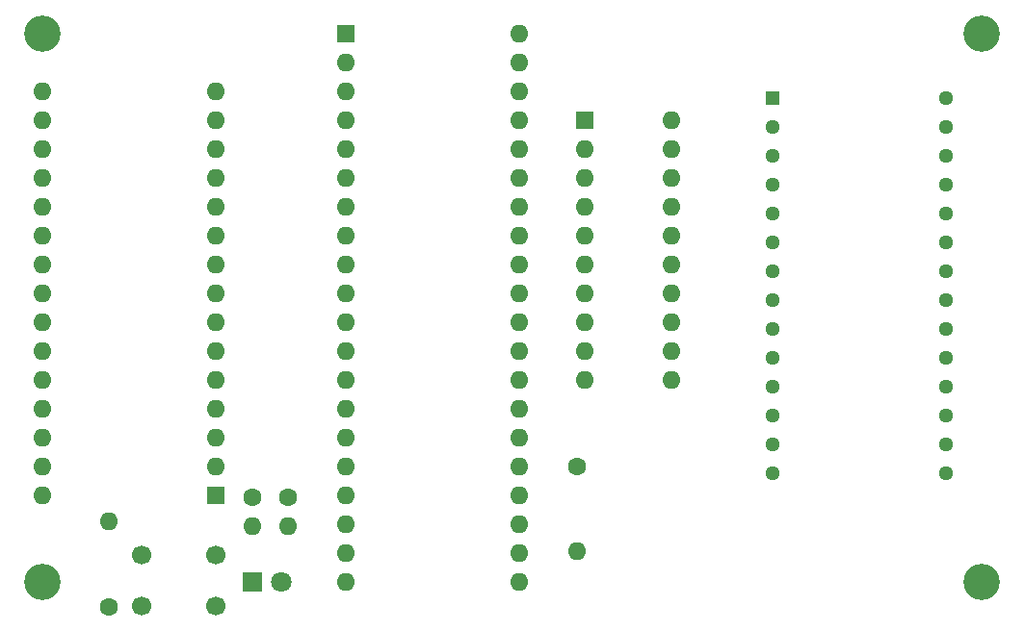
<source format=gbs>
%TF.GenerationSoftware,KiCad,Pcbnew,(6.0.0)*%
%TF.CreationDate,2023-01-29T20:34:43-05:00*%
%TF.ProjectId,dumper,64756d70-6572-42e6-9b69-6361645f7063,rev?*%
%TF.SameCoordinates,Original*%
%TF.FileFunction,Soldermask,Bot*%
%TF.FilePolarity,Negative*%
%FSLAX46Y46*%
G04 Gerber Fmt 4.6, Leading zero omitted, Abs format (unit mm)*
G04 Created by KiCad (PCBNEW (6.0.0)) date 2023-01-29 20:34:43*
%MOMM*%
%LPD*%
G01*
G04 APERTURE LIST*
%ADD10C,1.700000*%
%ADD11R,1.600000X1.600000*%
%ADD12O,1.600000X1.600000*%
%ADD13C,1.600000*%
%ADD14R,1.295400X1.295400*%
%ADD15C,1.295400*%
%ADD16C,3.200000*%
%ADD17R,1.800000X1.800000*%
%ADD18C,1.800000*%
G04 APERTURE END LIST*
D10*
%TO.C,SW1*%
X93293000Y-148808000D03*
X86793000Y-148808000D03*
X93293000Y-144308000D03*
X86793000Y-144308000D03*
%TD*%
D11*
%TO.C,U4*%
X104770000Y-98430000D03*
D12*
X104770000Y-100970000D03*
X104770000Y-103510000D03*
X104770000Y-106050000D03*
X104770000Y-108590000D03*
X104770000Y-111130000D03*
X104770000Y-113670000D03*
X104770000Y-116210000D03*
X104770000Y-118750000D03*
X104770000Y-121290000D03*
X104770000Y-123830000D03*
X104770000Y-126370000D03*
X104770000Y-128910000D03*
X104770000Y-131450000D03*
X104770000Y-133990000D03*
X104770000Y-136530000D03*
X104770000Y-139070000D03*
X104770000Y-141610000D03*
X104770000Y-144150000D03*
X104770000Y-146690000D03*
X120010000Y-146690000D03*
X120010000Y-144150000D03*
X120010000Y-141610000D03*
X120010000Y-139070000D03*
X120010000Y-136530000D03*
X120010000Y-133990000D03*
X120010000Y-131450000D03*
X120010000Y-128910000D03*
X120010000Y-126370000D03*
X120010000Y-123830000D03*
X120010000Y-121290000D03*
X120010000Y-118750000D03*
X120010000Y-116210000D03*
X120010000Y-113670000D03*
X120010000Y-111130000D03*
X120010000Y-108590000D03*
X120010000Y-106050000D03*
X120010000Y-103510000D03*
X120010000Y-100970000D03*
X120010000Y-98430000D03*
%TD*%
D11*
%TO.C,A1*%
X93345000Y-139065000D03*
D12*
X93345000Y-136525000D03*
X93345000Y-133985000D03*
X93345000Y-131445000D03*
X93345000Y-128905000D03*
X93345000Y-126365000D03*
X93345000Y-123825000D03*
X93345000Y-121285000D03*
X93345000Y-118745000D03*
X93345000Y-116205000D03*
X93345000Y-113665000D03*
X93345000Y-111125000D03*
X93345000Y-108585000D03*
X93345000Y-106045000D03*
X93345000Y-103505000D03*
X78105000Y-103505000D03*
X78105000Y-106045000D03*
X78105000Y-108585000D03*
X78105000Y-111125000D03*
X78105000Y-113665000D03*
X78105000Y-116205000D03*
X78105000Y-118745000D03*
X78105000Y-121285000D03*
X78105000Y-123825000D03*
X78105000Y-126365000D03*
X78105000Y-128905000D03*
X78105000Y-131445000D03*
X78105000Y-133985000D03*
X78105000Y-136525000D03*
X78105000Y-139065000D03*
%TD*%
D13*
%TO.C,R1*%
X99695000Y-139290000D03*
D12*
X99695000Y-141830000D03*
%TD*%
D14*
%TO.C,U2*%
X142230000Y-104140000D03*
D15*
X142230000Y-106680000D03*
X142230000Y-109220000D03*
X142230000Y-111760000D03*
X142230000Y-114300000D03*
X142230000Y-116840000D03*
X142230000Y-119380000D03*
X142230000Y-121920000D03*
X142230000Y-124460000D03*
X142230000Y-127000000D03*
X142230000Y-129540000D03*
X142230000Y-132080000D03*
X142230000Y-134620000D03*
X142230000Y-137160000D03*
X157470000Y-137160000D03*
X157470000Y-134620000D03*
X157470000Y-132080000D03*
X157470000Y-129540000D03*
X157470000Y-127000000D03*
X157470000Y-124460000D03*
X157470000Y-121920000D03*
X157470000Y-119380000D03*
X157470000Y-116840000D03*
X157470000Y-114300000D03*
X157470000Y-111760000D03*
X157470000Y-109220000D03*
X157470000Y-106680000D03*
X157470000Y-104140000D03*
%TD*%
D16*
%TO.C,REF\u002A\u002A*%
X78105000Y-98425000D03*
%TD*%
D13*
%TO.C,C1*%
X125095000Y-136525000D03*
D12*
X125095000Y-144025000D03*
%TD*%
D16*
%TO.C,REF\u002A\u002A*%
X160645000Y-146685000D03*
%TD*%
D11*
%TO.C,U3*%
X125730000Y-106045000D03*
D12*
X125730000Y-108585000D03*
X125730000Y-111125000D03*
X125730000Y-113665000D03*
X125730000Y-116205000D03*
X125730000Y-118745000D03*
X125730000Y-121285000D03*
X125730000Y-123825000D03*
X125730000Y-126365000D03*
X125730000Y-128905000D03*
X133350000Y-128905000D03*
X133350000Y-126365000D03*
X133350000Y-123825000D03*
X133350000Y-121285000D03*
X133350000Y-118745000D03*
X133350000Y-116205000D03*
X133350000Y-113665000D03*
X133350000Y-111125000D03*
X133350000Y-108585000D03*
X133350000Y-106045000D03*
%TD*%
D17*
%TO.C,D1*%
X96515000Y-146685000D03*
D18*
X99055000Y-146685000D03*
%TD*%
D13*
%TO.C,R2*%
X96520000Y-139290000D03*
D12*
X96520000Y-141830000D03*
%TD*%
D13*
%TO.C,C2*%
X83947000Y-148911000D03*
D12*
X83947000Y-141411000D03*
%TD*%
D16*
%TO.C,REF\u002A\u002A*%
X160645000Y-98425000D03*
%TD*%
%TO.C,REF\u002A\u002A*%
X78105000Y-146685000D03*
%TD*%
M02*

</source>
